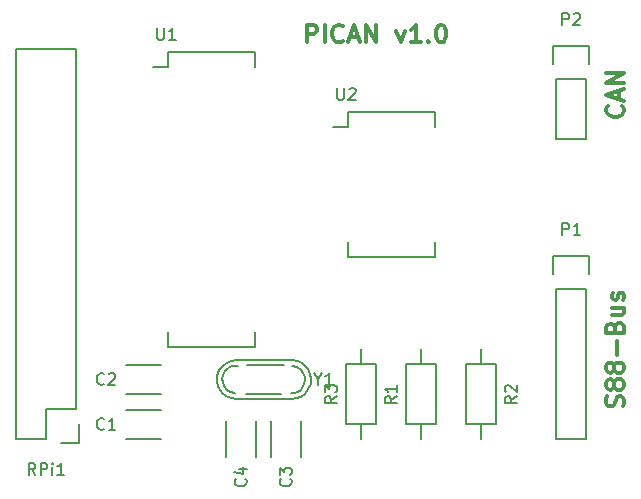
<source format=gbr>
G04 #@! TF.FileFunction,Legend,Top*
%FSLAX46Y46*%
G04 Gerber Fmt 4.6, Leading zero omitted, Abs format (unit mm)*
G04 Created by KiCad (PCBNEW 4.0.1-stable) date 15.01.2016 10:14:08*
%MOMM*%
G01*
G04 APERTURE LIST*
%ADD10C,0.100000*%
%ADD11C,0.300000*%
%ADD12C,0.150000*%
G04 APERTURE END LIST*
D10*
D11*
X126222858Y-62908571D02*
X126222858Y-61408571D01*
X126794286Y-61408571D01*
X126937144Y-61480000D01*
X127008572Y-61551429D01*
X127080001Y-61694286D01*
X127080001Y-61908571D01*
X127008572Y-62051429D01*
X126937144Y-62122857D01*
X126794286Y-62194286D01*
X126222858Y-62194286D01*
X127722858Y-62908571D02*
X127722858Y-61408571D01*
X129294287Y-62765714D02*
X129222858Y-62837143D01*
X129008572Y-62908571D01*
X128865715Y-62908571D01*
X128651430Y-62837143D01*
X128508572Y-62694286D01*
X128437144Y-62551429D01*
X128365715Y-62265714D01*
X128365715Y-62051429D01*
X128437144Y-61765714D01*
X128508572Y-61622857D01*
X128651430Y-61480000D01*
X128865715Y-61408571D01*
X129008572Y-61408571D01*
X129222858Y-61480000D01*
X129294287Y-61551429D01*
X129865715Y-62480000D02*
X130580001Y-62480000D01*
X129722858Y-62908571D02*
X130222858Y-61408571D01*
X130722858Y-62908571D01*
X131222858Y-62908571D02*
X131222858Y-61408571D01*
X132080001Y-62908571D01*
X132080001Y-61408571D01*
X133794287Y-61908571D02*
X134151430Y-62908571D01*
X134508572Y-61908571D01*
X135865715Y-62908571D02*
X135008572Y-62908571D01*
X135437144Y-62908571D02*
X135437144Y-61408571D01*
X135294287Y-61622857D01*
X135151429Y-61765714D01*
X135008572Y-61837143D01*
X136508572Y-62765714D02*
X136580000Y-62837143D01*
X136508572Y-62908571D01*
X136437143Y-62837143D01*
X136508572Y-62765714D01*
X136508572Y-62908571D01*
X137508572Y-61408571D02*
X137651429Y-61408571D01*
X137794286Y-61480000D01*
X137865715Y-61551429D01*
X137937144Y-61694286D01*
X138008572Y-61980000D01*
X138008572Y-62337143D01*
X137937144Y-62622857D01*
X137865715Y-62765714D01*
X137794286Y-62837143D01*
X137651429Y-62908571D01*
X137508572Y-62908571D01*
X137365715Y-62837143D01*
X137294286Y-62765714D01*
X137222858Y-62622857D01*
X137151429Y-62337143D01*
X137151429Y-61980000D01*
X137222858Y-61694286D01*
X137294286Y-61551429D01*
X137365715Y-61480000D01*
X137508572Y-61408571D01*
X152935714Y-68274285D02*
X153007143Y-68345714D01*
X153078571Y-68560000D01*
X153078571Y-68702857D01*
X153007143Y-68917142D01*
X152864286Y-69060000D01*
X152721429Y-69131428D01*
X152435714Y-69202857D01*
X152221429Y-69202857D01*
X151935714Y-69131428D01*
X151792857Y-69060000D01*
X151650000Y-68917142D01*
X151578571Y-68702857D01*
X151578571Y-68560000D01*
X151650000Y-68345714D01*
X151721429Y-68274285D01*
X152650000Y-67702857D02*
X152650000Y-66988571D01*
X153078571Y-67845714D02*
X151578571Y-67345714D01*
X153078571Y-66845714D01*
X153078571Y-66345714D02*
X151578571Y-66345714D01*
X153078571Y-65488571D01*
X151578571Y-65488571D01*
X153007143Y-93721428D02*
X153078571Y-93507142D01*
X153078571Y-93149999D01*
X153007143Y-93007142D01*
X152935714Y-92935713D01*
X152792857Y-92864285D01*
X152650000Y-92864285D01*
X152507143Y-92935713D01*
X152435714Y-93007142D01*
X152364286Y-93149999D01*
X152292857Y-93435713D01*
X152221429Y-93578571D01*
X152150000Y-93649999D01*
X152007143Y-93721428D01*
X151864286Y-93721428D01*
X151721429Y-93649999D01*
X151650000Y-93578571D01*
X151578571Y-93435713D01*
X151578571Y-93078571D01*
X151650000Y-92864285D01*
X152221429Y-92007142D02*
X152150000Y-92150000D01*
X152078571Y-92221428D01*
X151935714Y-92292857D01*
X151864286Y-92292857D01*
X151721429Y-92221428D01*
X151650000Y-92150000D01*
X151578571Y-92007142D01*
X151578571Y-91721428D01*
X151650000Y-91578571D01*
X151721429Y-91507142D01*
X151864286Y-91435714D01*
X151935714Y-91435714D01*
X152078571Y-91507142D01*
X152150000Y-91578571D01*
X152221429Y-91721428D01*
X152221429Y-92007142D01*
X152292857Y-92150000D01*
X152364286Y-92221428D01*
X152507143Y-92292857D01*
X152792857Y-92292857D01*
X152935714Y-92221428D01*
X153007143Y-92150000D01*
X153078571Y-92007142D01*
X153078571Y-91721428D01*
X153007143Y-91578571D01*
X152935714Y-91507142D01*
X152792857Y-91435714D01*
X152507143Y-91435714D01*
X152364286Y-91507142D01*
X152292857Y-91578571D01*
X152221429Y-91721428D01*
X152221429Y-90578571D02*
X152150000Y-90721429D01*
X152078571Y-90792857D01*
X151935714Y-90864286D01*
X151864286Y-90864286D01*
X151721429Y-90792857D01*
X151650000Y-90721429D01*
X151578571Y-90578571D01*
X151578571Y-90292857D01*
X151650000Y-90150000D01*
X151721429Y-90078571D01*
X151864286Y-90007143D01*
X151935714Y-90007143D01*
X152078571Y-90078571D01*
X152150000Y-90150000D01*
X152221429Y-90292857D01*
X152221429Y-90578571D01*
X152292857Y-90721429D01*
X152364286Y-90792857D01*
X152507143Y-90864286D01*
X152792857Y-90864286D01*
X152935714Y-90792857D01*
X153007143Y-90721429D01*
X153078571Y-90578571D01*
X153078571Y-90292857D01*
X153007143Y-90150000D01*
X152935714Y-90078571D01*
X152792857Y-90007143D01*
X152507143Y-90007143D01*
X152364286Y-90078571D01*
X152292857Y-90150000D01*
X152221429Y-90292857D01*
X152507143Y-89364286D02*
X152507143Y-88221429D01*
X152292857Y-87007143D02*
X152364286Y-86792857D01*
X152435714Y-86721429D01*
X152578571Y-86650000D01*
X152792857Y-86650000D01*
X152935714Y-86721429D01*
X153007143Y-86792857D01*
X153078571Y-86935715D01*
X153078571Y-87507143D01*
X151578571Y-87507143D01*
X151578571Y-87007143D01*
X151650000Y-86864286D01*
X151721429Y-86792857D01*
X151864286Y-86721429D01*
X152007143Y-86721429D01*
X152150000Y-86792857D01*
X152221429Y-86864286D01*
X152292857Y-87007143D01*
X152292857Y-87507143D01*
X152078571Y-85364286D02*
X153078571Y-85364286D01*
X152078571Y-86007143D02*
X152864286Y-86007143D01*
X153007143Y-85935715D01*
X153078571Y-85792857D01*
X153078571Y-85578572D01*
X153007143Y-85435715D01*
X152935714Y-85364286D01*
X153007143Y-84721429D02*
X153078571Y-84578572D01*
X153078571Y-84292857D01*
X153007143Y-84150000D01*
X152864286Y-84078572D01*
X152792857Y-84078572D01*
X152650000Y-84150000D01*
X152578571Y-84292857D01*
X152578571Y-84507143D01*
X152507143Y-84650000D01*
X152364286Y-84721429D01*
X152292857Y-84721429D01*
X152150000Y-84650000D01*
X152078571Y-84507143D01*
X152078571Y-84292857D01*
X152150000Y-84150000D01*
D12*
X110875000Y-94000000D02*
X113875000Y-94000000D01*
X113875000Y-96500000D02*
X110875000Y-96500000D01*
X101600000Y-96520000D02*
X101600000Y-63500000D01*
X106680000Y-93980000D02*
X106680000Y-63500000D01*
X101600000Y-63500000D02*
X106680000Y-63500000D01*
X101600000Y-96520000D02*
X104140000Y-96520000D01*
X105410000Y-96800000D02*
X106960000Y-96800000D01*
X104140000Y-96520000D02*
X104140000Y-93980000D01*
X104140000Y-93980000D02*
X106680000Y-93980000D01*
X106960000Y-96800000D02*
X106960000Y-95250000D01*
X114435000Y-63745000D02*
X114435000Y-65015000D01*
X121785000Y-63745000D02*
X121785000Y-65015000D01*
X121785000Y-88655000D02*
X121785000Y-87385000D01*
X114435000Y-88655000D02*
X114435000Y-87385000D01*
X114435000Y-63745000D02*
X121785000Y-63745000D01*
X114435000Y-88655000D02*
X121785000Y-88655000D01*
X114435000Y-65015000D02*
X113150000Y-65015000D01*
X110875000Y-90190000D02*
X113875000Y-90190000D01*
X113875000Y-92690000D02*
X110875000Y-92690000D01*
X125710000Y-95000000D02*
X125710000Y-98000000D01*
X123210000Y-98000000D02*
X123210000Y-95000000D01*
X121900000Y-95000000D02*
X121900000Y-98000000D01*
X119400000Y-98000000D02*
X119400000Y-95000000D01*
X149860000Y-83820000D02*
X149860000Y-96520000D01*
X149860000Y-96520000D02*
X147320000Y-96520000D01*
X147320000Y-96520000D02*
X147320000Y-83820000D01*
X150140000Y-81000000D02*
X150140000Y-82550000D01*
X149860000Y-83820000D02*
X147320000Y-83820000D01*
X147040000Y-82550000D02*
X147040000Y-81000000D01*
X147040000Y-81000000D02*
X150140000Y-81000000D01*
X147320000Y-66040000D02*
X147320000Y-71120000D01*
X147320000Y-71120000D02*
X149860000Y-71120000D01*
X149860000Y-71120000D02*
X149860000Y-66040000D01*
X150140000Y-63220000D02*
X150140000Y-64770000D01*
X149860000Y-66040000D02*
X147320000Y-66040000D01*
X147040000Y-64770000D02*
X147040000Y-63220000D01*
X147040000Y-63220000D02*
X150140000Y-63220000D01*
X134620000Y-95250000D02*
X134620000Y-90170000D01*
X134620000Y-90170000D02*
X137160000Y-90170000D01*
X137160000Y-90170000D02*
X137160000Y-95250000D01*
X137160000Y-95250000D02*
X134620000Y-95250000D01*
X135890000Y-95250000D02*
X135890000Y-96520000D01*
X135890000Y-90170000D02*
X135890000Y-88900000D01*
X142240000Y-90170000D02*
X142240000Y-95250000D01*
X142240000Y-95250000D02*
X139700000Y-95250000D01*
X139700000Y-95250000D02*
X139700000Y-90170000D01*
X139700000Y-90170000D02*
X142240000Y-90170000D01*
X140970000Y-90170000D02*
X140970000Y-88900000D01*
X140970000Y-95250000D02*
X140970000Y-96520000D01*
X132080000Y-90170000D02*
X132080000Y-95250000D01*
X132080000Y-95250000D02*
X129540000Y-95250000D01*
X129540000Y-95250000D02*
X129540000Y-90170000D01*
X129540000Y-90170000D02*
X132080000Y-90170000D01*
X130810000Y-90170000D02*
X130810000Y-88900000D01*
X130810000Y-95250000D02*
X130810000Y-96520000D01*
X129675000Y-68825000D02*
X129675000Y-70095000D01*
X137025000Y-68825000D02*
X137025000Y-70095000D01*
X137025000Y-81035000D02*
X137025000Y-79765000D01*
X129675000Y-81035000D02*
X129675000Y-79765000D01*
X129675000Y-68825000D02*
X137025000Y-68825000D01*
X129675000Y-81035000D02*
X137025000Y-81035000D01*
X129675000Y-70095000D02*
X128390000Y-70095000D01*
X121094500Y-92631260D02*
X124056140Y-92631260D01*
X120335040Y-89778840D02*
X124965460Y-89778840D01*
X124254260Y-90220800D02*
X121104660Y-90220800D01*
X120164860Y-92590620D02*
X119745760Y-92509340D01*
X119745760Y-92509340D02*
X119463820Y-92329000D01*
X119463820Y-92329000D02*
X119204740Y-91991180D01*
X119204740Y-91991180D02*
X119075200Y-91660980D01*
X119075200Y-91660980D02*
X119044720Y-91419680D01*
X119044720Y-91419680D02*
X119136160Y-91031060D01*
X119136160Y-91031060D02*
X119296180Y-90738960D01*
X119296180Y-90738960D02*
X119565420Y-90479880D01*
X119565420Y-90479880D02*
X119915940Y-90309700D01*
X119915940Y-90309700D02*
X120406160Y-90279220D01*
X124965460Y-90289380D02*
X125364240Y-90390980D01*
X125364240Y-90390980D02*
X125694440Y-90599260D01*
X125694440Y-90599260D02*
X125915420Y-90898980D01*
X125915420Y-90898980D02*
X126044960Y-91229180D01*
X126044960Y-91229180D02*
X126044960Y-91610180D01*
X126044960Y-91610180D02*
X125915420Y-91981020D01*
X125915420Y-91981020D02*
X125684280Y-92290900D01*
X125684280Y-92290900D02*
X125425200Y-92489020D01*
X125425200Y-92489020D02*
X125095000Y-92570300D01*
X125095000Y-92570300D02*
X124884180Y-92590620D01*
X124945140Y-93091000D02*
X120225820Y-93091000D01*
X120225820Y-93091000D02*
X119885460Y-93050360D01*
X119885460Y-93050360D02*
X119514620Y-92930980D01*
X119514620Y-92930980D02*
X119075200Y-92631260D01*
X119075200Y-92631260D02*
X118694200Y-92100400D01*
X118694200Y-92100400D02*
X118564660Y-91549220D01*
X118564660Y-91549220D02*
X118595140Y-91150440D01*
X118595140Y-91150440D02*
X118785640Y-90609420D01*
X118785640Y-90609420D02*
X119265700Y-90091260D01*
X119265700Y-90091260D02*
X119776240Y-89839800D01*
X119776240Y-89839800D02*
X120314720Y-89789000D01*
X124975620Y-89799160D02*
X125455680Y-89900760D01*
X125455680Y-89900760D02*
X125796040Y-90040460D01*
X125796040Y-90040460D02*
X126075440Y-90289380D01*
X126075440Y-90289380D02*
X126293880Y-90568780D01*
X126293880Y-90568780D02*
X126474220Y-90980260D01*
X126474220Y-90980260D02*
X126545340Y-91368880D01*
X126545340Y-91368880D02*
X126525020Y-91859100D01*
X126525020Y-91859100D02*
X126334520Y-92260420D01*
X126334520Y-92260420D02*
X126024640Y-92631260D01*
X126024640Y-92631260D02*
X125674120Y-92890340D01*
X125674120Y-92890340D02*
X125333760Y-93019880D01*
X125333760Y-93019880D02*
X124934980Y-93091000D01*
X109053334Y-95607143D02*
X109005715Y-95654762D01*
X108862858Y-95702381D01*
X108767620Y-95702381D01*
X108624762Y-95654762D01*
X108529524Y-95559524D01*
X108481905Y-95464286D01*
X108434286Y-95273810D01*
X108434286Y-95130952D01*
X108481905Y-94940476D01*
X108529524Y-94845238D01*
X108624762Y-94750000D01*
X108767620Y-94702381D01*
X108862858Y-94702381D01*
X109005715Y-94750000D01*
X109053334Y-94797619D01*
X110005715Y-95702381D02*
X109434286Y-95702381D01*
X109720000Y-95702381D02*
X109720000Y-94702381D01*
X109624762Y-94845238D01*
X109529524Y-94940476D01*
X109434286Y-94988095D01*
X103235239Y-99512381D02*
X102901905Y-99036190D01*
X102663810Y-99512381D02*
X102663810Y-98512381D01*
X103044763Y-98512381D01*
X103140001Y-98560000D01*
X103187620Y-98607619D01*
X103235239Y-98702857D01*
X103235239Y-98845714D01*
X103187620Y-98940952D01*
X103140001Y-98988571D01*
X103044763Y-99036190D01*
X102663810Y-99036190D01*
X103663810Y-99512381D02*
X103663810Y-98512381D01*
X104044763Y-98512381D01*
X104140001Y-98560000D01*
X104187620Y-98607619D01*
X104235239Y-98702857D01*
X104235239Y-98845714D01*
X104187620Y-98940952D01*
X104140001Y-98988571D01*
X104044763Y-99036190D01*
X103663810Y-99036190D01*
X104663810Y-99512381D02*
X104663810Y-98845714D01*
X104663810Y-98512381D02*
X104616191Y-98560000D01*
X104663810Y-98607619D01*
X104711429Y-98560000D01*
X104663810Y-98512381D01*
X104663810Y-98607619D01*
X105663810Y-99512381D02*
X105092381Y-99512381D01*
X105378095Y-99512381D02*
X105378095Y-98512381D01*
X105282857Y-98655238D01*
X105187619Y-98750476D01*
X105092381Y-98798095D01*
X113538095Y-61682381D02*
X113538095Y-62491905D01*
X113585714Y-62587143D01*
X113633333Y-62634762D01*
X113728571Y-62682381D01*
X113919048Y-62682381D01*
X114014286Y-62634762D01*
X114061905Y-62587143D01*
X114109524Y-62491905D01*
X114109524Y-61682381D01*
X115109524Y-62682381D02*
X114538095Y-62682381D01*
X114823809Y-62682381D02*
X114823809Y-61682381D01*
X114728571Y-61825238D01*
X114633333Y-61920476D01*
X114538095Y-61968095D01*
X109053334Y-91797143D02*
X109005715Y-91844762D01*
X108862858Y-91892381D01*
X108767620Y-91892381D01*
X108624762Y-91844762D01*
X108529524Y-91749524D01*
X108481905Y-91654286D01*
X108434286Y-91463810D01*
X108434286Y-91320952D01*
X108481905Y-91130476D01*
X108529524Y-91035238D01*
X108624762Y-90940000D01*
X108767620Y-90892381D01*
X108862858Y-90892381D01*
X109005715Y-90940000D01*
X109053334Y-90987619D01*
X109434286Y-90987619D02*
X109481905Y-90940000D01*
X109577143Y-90892381D01*
X109815239Y-90892381D01*
X109910477Y-90940000D01*
X109958096Y-90987619D01*
X110005715Y-91082857D01*
X110005715Y-91178095D01*
X109958096Y-91320952D01*
X109386667Y-91892381D01*
X110005715Y-91892381D01*
X124817143Y-99861666D02*
X124864762Y-99909285D01*
X124912381Y-100052142D01*
X124912381Y-100147380D01*
X124864762Y-100290238D01*
X124769524Y-100385476D01*
X124674286Y-100433095D01*
X124483810Y-100480714D01*
X124340952Y-100480714D01*
X124150476Y-100433095D01*
X124055238Y-100385476D01*
X123960000Y-100290238D01*
X123912381Y-100147380D01*
X123912381Y-100052142D01*
X123960000Y-99909285D01*
X124007619Y-99861666D01*
X123912381Y-99528333D02*
X123912381Y-98909285D01*
X124293333Y-99242619D01*
X124293333Y-99099761D01*
X124340952Y-99004523D01*
X124388571Y-98956904D01*
X124483810Y-98909285D01*
X124721905Y-98909285D01*
X124817143Y-98956904D01*
X124864762Y-99004523D01*
X124912381Y-99099761D01*
X124912381Y-99385476D01*
X124864762Y-99480714D01*
X124817143Y-99528333D01*
X121007143Y-99861666D02*
X121054762Y-99909285D01*
X121102381Y-100052142D01*
X121102381Y-100147380D01*
X121054762Y-100290238D01*
X120959524Y-100385476D01*
X120864286Y-100433095D01*
X120673810Y-100480714D01*
X120530952Y-100480714D01*
X120340476Y-100433095D01*
X120245238Y-100385476D01*
X120150000Y-100290238D01*
X120102381Y-100147380D01*
X120102381Y-100052142D01*
X120150000Y-99909285D01*
X120197619Y-99861666D01*
X120435714Y-99004523D02*
X121102381Y-99004523D01*
X120054762Y-99242619D02*
X120769048Y-99480714D01*
X120769048Y-98861666D01*
X147851905Y-79192381D02*
X147851905Y-78192381D01*
X148232858Y-78192381D01*
X148328096Y-78240000D01*
X148375715Y-78287619D01*
X148423334Y-78382857D01*
X148423334Y-78525714D01*
X148375715Y-78620952D01*
X148328096Y-78668571D01*
X148232858Y-78716190D01*
X147851905Y-78716190D01*
X149375715Y-79192381D02*
X148804286Y-79192381D01*
X149090000Y-79192381D02*
X149090000Y-78192381D01*
X148994762Y-78335238D01*
X148899524Y-78430476D01*
X148804286Y-78478095D01*
X147851905Y-61412381D02*
X147851905Y-60412381D01*
X148232858Y-60412381D01*
X148328096Y-60460000D01*
X148375715Y-60507619D01*
X148423334Y-60602857D01*
X148423334Y-60745714D01*
X148375715Y-60840952D01*
X148328096Y-60888571D01*
X148232858Y-60936190D01*
X147851905Y-60936190D01*
X148804286Y-60507619D02*
X148851905Y-60460000D01*
X148947143Y-60412381D01*
X149185239Y-60412381D01*
X149280477Y-60460000D01*
X149328096Y-60507619D01*
X149375715Y-60602857D01*
X149375715Y-60698095D01*
X149328096Y-60840952D01*
X148756667Y-61412381D01*
X149375715Y-61412381D01*
X133802381Y-92876666D02*
X133326190Y-93210000D01*
X133802381Y-93448095D02*
X132802381Y-93448095D01*
X132802381Y-93067142D01*
X132850000Y-92971904D01*
X132897619Y-92924285D01*
X132992857Y-92876666D01*
X133135714Y-92876666D01*
X133230952Y-92924285D01*
X133278571Y-92971904D01*
X133326190Y-93067142D01*
X133326190Y-93448095D01*
X133802381Y-91924285D02*
X133802381Y-92495714D01*
X133802381Y-92210000D02*
X132802381Y-92210000D01*
X132945238Y-92305238D01*
X133040476Y-92400476D01*
X133088095Y-92495714D01*
X143962381Y-92876666D02*
X143486190Y-93210000D01*
X143962381Y-93448095D02*
X142962381Y-93448095D01*
X142962381Y-93067142D01*
X143010000Y-92971904D01*
X143057619Y-92924285D01*
X143152857Y-92876666D01*
X143295714Y-92876666D01*
X143390952Y-92924285D01*
X143438571Y-92971904D01*
X143486190Y-93067142D01*
X143486190Y-93448095D01*
X143057619Y-92495714D02*
X143010000Y-92448095D01*
X142962381Y-92352857D01*
X142962381Y-92114761D01*
X143010000Y-92019523D01*
X143057619Y-91971904D01*
X143152857Y-91924285D01*
X143248095Y-91924285D01*
X143390952Y-91971904D01*
X143962381Y-92543333D01*
X143962381Y-91924285D01*
X128722381Y-92876666D02*
X128246190Y-93210000D01*
X128722381Y-93448095D02*
X127722381Y-93448095D01*
X127722381Y-93067142D01*
X127770000Y-92971904D01*
X127817619Y-92924285D01*
X127912857Y-92876666D01*
X128055714Y-92876666D01*
X128150952Y-92924285D01*
X128198571Y-92971904D01*
X128246190Y-93067142D01*
X128246190Y-93448095D01*
X127722381Y-92543333D02*
X127722381Y-91924285D01*
X128103333Y-92257619D01*
X128103333Y-92114761D01*
X128150952Y-92019523D01*
X128198571Y-91971904D01*
X128293810Y-91924285D01*
X128531905Y-91924285D01*
X128627143Y-91971904D01*
X128674762Y-92019523D01*
X128722381Y-92114761D01*
X128722381Y-92400476D01*
X128674762Y-92495714D01*
X128627143Y-92543333D01*
X128778095Y-66762381D02*
X128778095Y-67571905D01*
X128825714Y-67667143D01*
X128873333Y-67714762D01*
X128968571Y-67762381D01*
X129159048Y-67762381D01*
X129254286Y-67714762D01*
X129301905Y-67667143D01*
X129349524Y-67571905D01*
X129349524Y-66762381D01*
X129778095Y-66857619D02*
X129825714Y-66810000D01*
X129920952Y-66762381D01*
X130159048Y-66762381D01*
X130254286Y-66810000D01*
X130301905Y-66857619D01*
X130349524Y-66952857D01*
X130349524Y-67048095D01*
X130301905Y-67190952D01*
X129730476Y-67762381D01*
X130349524Y-67762381D01*
X127158809Y-91416190D02*
X127158809Y-91892381D01*
X126825476Y-90892381D02*
X127158809Y-91416190D01*
X127492143Y-90892381D01*
X128349286Y-91892381D02*
X127777857Y-91892381D01*
X128063571Y-91892381D02*
X128063571Y-90892381D01*
X127968333Y-91035238D01*
X127873095Y-91130476D01*
X127777857Y-91178095D01*
M02*

</source>
